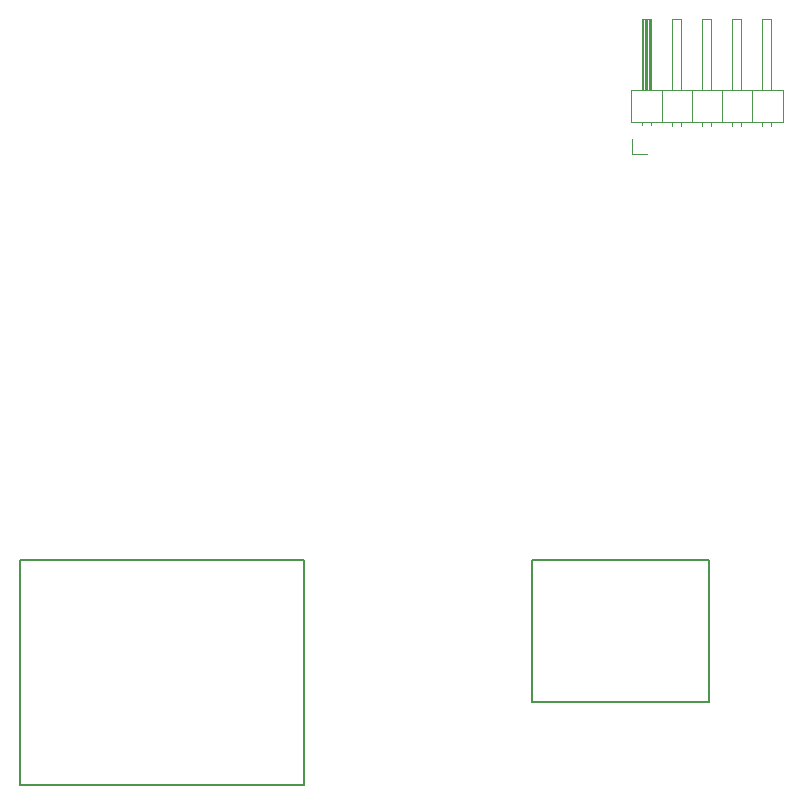
<source format=gbr>
%TF.GenerationSoftware,KiCad,Pcbnew,8.0.3*%
%TF.CreationDate,2024-06-28T16:21:33+02:00*%
%TF.ProjectId,infoscreen,696e666f-7363-4726-9565-6e2e6b696361,rev?*%
%TF.SameCoordinates,Original*%
%TF.FileFunction,Legend,Top*%
%TF.FilePolarity,Positive*%
%FSLAX46Y46*%
G04 Gerber Fmt 4.6, Leading zero omitted, Abs format (unit mm)*
G04 Created by KiCad (PCBNEW 8.0.3) date 2024-06-28 16:21:33*
%MOMM*%
%LPD*%
G01*
G04 APERTURE LIST*
%ADD10C,0.200000*%
%ADD11C,0.120000*%
G04 APERTURE END LIST*
%TO.C,U3*%
D10*
X169216000Y-116504000D02*
X184216000Y-116504000D01*
X184216000Y-128504000D01*
X169216000Y-128504000D01*
X169216000Y-116504000D01*
D11*
%TO.C,U1*%
X177652000Y-76704000D02*
X177652000Y-79364000D01*
X177652000Y-79364000D02*
X190472000Y-79364000D01*
X177712000Y-82074000D02*
X177712000Y-80804000D01*
X178602000Y-70704000D02*
X179362000Y-70704000D01*
X178602000Y-76704000D02*
X178602000Y-70704000D01*
X178602000Y-79694000D02*
X178602000Y-79364000D01*
X178662000Y-76704000D02*
X178662000Y-70704000D01*
X178782000Y-76704000D02*
X178782000Y-70704000D01*
X178902000Y-76704000D02*
X178902000Y-70704000D01*
X178982000Y-82074000D02*
X177712000Y-82074000D01*
X179022000Y-76704000D02*
X179022000Y-70704000D01*
X179142000Y-76704000D02*
X179142000Y-70704000D01*
X179262000Y-76704000D02*
X179262000Y-70704000D01*
X179362000Y-70704000D02*
X179362000Y-76704000D01*
X179362000Y-79694000D02*
X179362000Y-79364000D01*
X180252000Y-79364000D02*
X180252000Y-76704000D01*
X181142000Y-70704000D02*
X181902000Y-70704000D01*
X181142000Y-76704000D02*
X181142000Y-70704000D01*
X181142000Y-79761071D02*
X181142000Y-79364000D01*
X181902000Y-70704000D02*
X181902000Y-76704000D01*
X181902000Y-79761071D02*
X181902000Y-79364000D01*
X182792000Y-79364000D02*
X182792000Y-76704000D01*
X183682000Y-70704000D02*
X184442000Y-70704000D01*
X183682000Y-76704000D02*
X183682000Y-70704000D01*
X183682000Y-79761071D02*
X183682000Y-79364000D01*
X184442000Y-70704000D02*
X184442000Y-76704000D01*
X184442000Y-79761071D02*
X184442000Y-79364000D01*
X185332000Y-79364000D02*
X185332000Y-76704000D01*
X186222000Y-70704000D02*
X186982000Y-70704000D01*
X186222000Y-76704000D02*
X186222000Y-70704000D01*
X186222000Y-79761071D02*
X186222000Y-79364000D01*
X186982000Y-70704000D02*
X186982000Y-76704000D01*
X186982000Y-79761071D02*
X186982000Y-79364000D01*
X187872000Y-79364000D02*
X187872000Y-76704000D01*
X188762000Y-70704000D02*
X189522000Y-70704000D01*
X188762000Y-76704000D02*
X188762000Y-70704000D01*
X188762000Y-79761071D02*
X188762000Y-79364000D01*
X189522000Y-70704000D02*
X189522000Y-76704000D01*
X189522000Y-79761071D02*
X189522000Y-79364000D01*
X190472000Y-76704000D02*
X177652000Y-76704000D01*
X190472000Y-79364000D02*
X190472000Y-76704000D01*
%TO.C,U2*%
D10*
X125932000Y-116504000D02*
X149932000Y-116504000D01*
X149932000Y-135504000D01*
X125932000Y-135504000D01*
X125932000Y-116504000D01*
%TD*%
M02*

</source>
